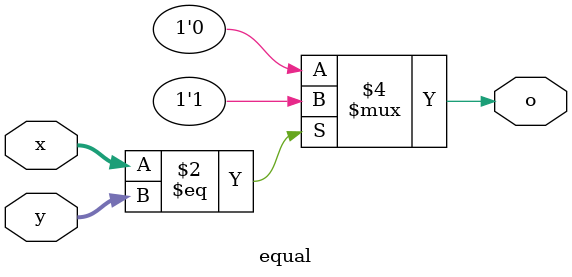
<source format=v>
module max(x,y,o);
	input [3:0] x;
	input [3:0] y;
	output [3:0] o;
	wire greateroutput;
	greater G1(x,y,greateroutput);
	assign o[3] = (x[3] & greateroutput) | (y[3] & ~greateroutput);
	assign o[2] = (x[2] & greateroutput) | (y[2] & ~greateroutput);
	assign o[1] = (x[1] & greateroutput) | (y[1] & ~greateroutput);
	assign o[0] = (x[0] & greateroutput) | (y[0] & ~greateroutput);
endmodule 

// module that will determine if x input is less than y input
// assign statement that triggers on the change of x or y
// default the output to 0
// if x is less than y set the output to 1
module lessthan(x,y,o);
	input [3:0] x;
	input [3:0] y;
	output reg o;
	always @(x,y) begin
		o = 0;
		if(x < y) begin
			o = 1;
			end
		end
endmodule 

// module that will determine if x is greater than y
// the output will be a register because it changes based off of the always block
// always block triggered at x or y change
// default output to 0
// if x is greater than y set output to 1
module greater(x,y,o);
	input [3:0] x;
	input [3:0] y;
	output reg o;
	always @(x,y) begin
		o = 0;
		if(x > y) begin
			o = 1;
			end
		end
endmodule

// module that determines if x and y are equal
// output is a reg because the equality is determined in an always block
// always block triggered at x or y
// output is default set to 0
// if x and y are equal set output to 1
module equal(x,y,o);
	input [3:0] x;
	input [3:0] y;
	output reg o;
	always @(x,y) begin
		o = 0;
		if(x == y) begin
			o = 1;
			end
		end
endmodule 
</source>
